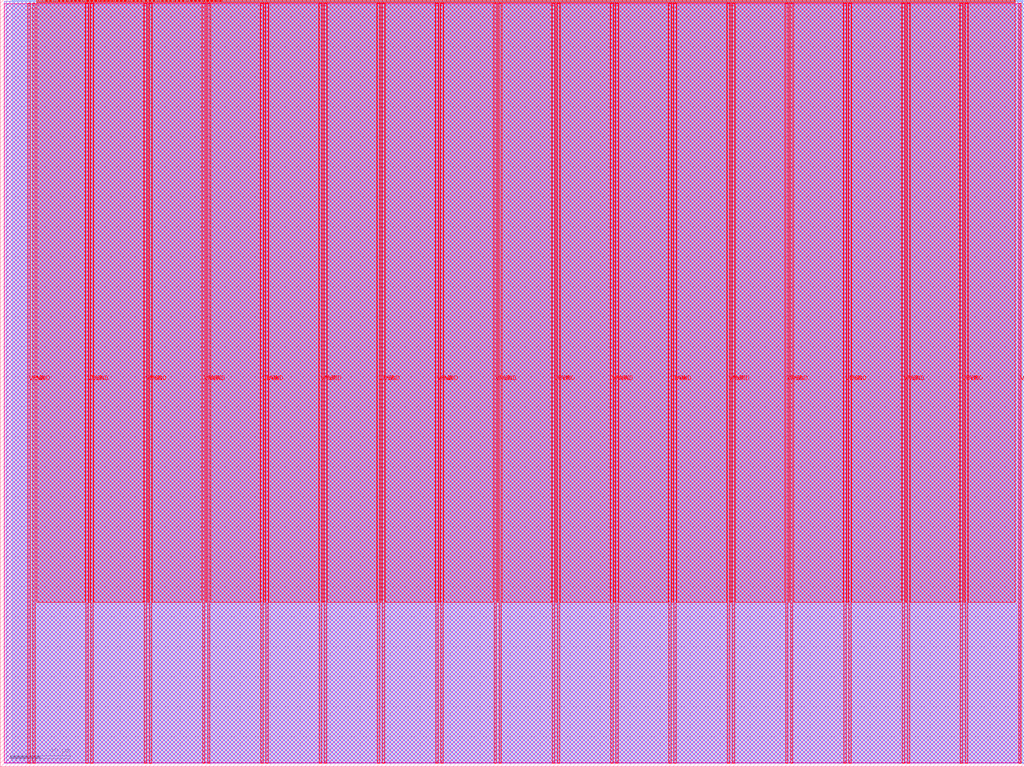
<source format=lef>
VERSION 5.7 ;
  NOWIREEXTENSIONATPIN ON ;
  DIVIDERCHAR "/" ;
  BUSBITCHARS "[]" ;
MACRO tt_um_tt_tinyQVb
  CLASS BLOCK ;
  FOREIGN tt_um_tt_tinyQVb ;
  ORIGIN 0.000 0.000 ;
  SIZE 682.640 BY 511.360 ;
  PIN VGND
    DIRECTION INOUT ;
    USE GROUND ;
    PORT
      LAYER met4 ;
        RECT 21.580 2.480 23.180 508.880 ;
    END
    PORT
      LAYER met4 ;
        RECT 60.450 2.480 62.050 508.880 ;
    END
    PORT
      LAYER met4 ;
        RECT 99.320 2.480 100.920 508.880 ;
    END
    PORT
      LAYER met4 ;
        RECT 138.190 2.480 139.790 508.880 ;
    END
    PORT
      LAYER met4 ;
        RECT 177.060 2.480 178.660 508.880 ;
    END
    PORT
      LAYER met4 ;
        RECT 215.930 2.480 217.530 508.880 ;
    END
    PORT
      LAYER met4 ;
        RECT 254.800 2.480 256.400 508.880 ;
    END
    PORT
      LAYER met4 ;
        RECT 293.670 2.480 295.270 508.880 ;
    END
    PORT
      LAYER met4 ;
        RECT 332.540 2.480 334.140 508.880 ;
    END
    PORT
      LAYER met4 ;
        RECT 371.410 2.480 373.010 508.880 ;
    END
    PORT
      LAYER met4 ;
        RECT 410.280 2.480 411.880 508.880 ;
    END
    PORT
      LAYER met4 ;
        RECT 449.150 2.480 450.750 508.880 ;
    END
    PORT
      LAYER met4 ;
        RECT 488.020 2.480 489.620 508.880 ;
    END
    PORT
      LAYER met4 ;
        RECT 526.890 2.480 528.490 508.880 ;
    END
    PORT
      LAYER met4 ;
        RECT 565.760 2.480 567.360 508.880 ;
    END
    PORT
      LAYER met4 ;
        RECT 604.630 2.480 606.230 508.880 ;
    END
    PORT
      LAYER met4 ;
        RECT 643.500 2.480 645.100 508.880 ;
    END
  END VGND
  PIN VPWR
    DIRECTION INOUT ;
    USE POWER ;
    PORT
      LAYER met4 ;
        RECT 18.280 2.480 19.880 508.880 ;
    END
    PORT
      LAYER met4 ;
        RECT 57.150 2.480 58.750 508.880 ;
    END
    PORT
      LAYER met4 ;
        RECT 96.020 2.480 97.620 508.880 ;
    END
    PORT
      LAYER met4 ;
        RECT 134.890 2.480 136.490 508.880 ;
    END
    PORT
      LAYER met4 ;
        RECT 173.760 2.480 175.360 508.880 ;
    END
    PORT
      LAYER met4 ;
        RECT 212.630 2.480 214.230 508.880 ;
    END
    PORT
      LAYER met4 ;
        RECT 251.500 2.480 253.100 508.880 ;
    END
    PORT
      LAYER met4 ;
        RECT 290.370 2.480 291.970 508.880 ;
    END
    PORT
      LAYER met4 ;
        RECT 329.240 2.480 330.840 508.880 ;
    END
    PORT
      LAYER met4 ;
        RECT 368.110 2.480 369.710 508.880 ;
    END
    PORT
      LAYER met4 ;
        RECT 406.980 2.480 408.580 508.880 ;
    END
    PORT
      LAYER met4 ;
        RECT 445.850 2.480 447.450 508.880 ;
    END
    PORT
      LAYER met4 ;
        RECT 484.720 2.480 486.320 508.880 ;
    END
    PORT
      LAYER met4 ;
        RECT 523.590 2.480 525.190 508.880 ;
    END
    PORT
      LAYER met4 ;
        RECT 562.460 2.480 564.060 508.880 ;
    END
    PORT
      LAYER met4 ;
        RECT 601.330 2.480 602.930 508.880 ;
    END
    PORT
      LAYER met4 ;
        RECT 640.200 2.480 641.800 508.880 ;
    END
    PORT
      LAYER met4 ;
        RECT 679.070 2.480 680.670 508.880 ;
    END
  END VPWR
  PIN clk
    DIRECTION INPUT ;
    USE SIGNAL ;
    ANTENNAGATEAREA 1.286700 ;
    ANTENNADIFFAREA 0.434700 ;
    PORT
      LAYER met4 ;
        RECT 143.830 510.360 144.130 511.360 ;
    END
  END clk
  PIN ena
    DIRECTION INPUT ;
    USE SIGNAL ;
    PORT
      LAYER met4 ;
        RECT 146.590 510.360 146.890 511.360 ;
    END
  END ena
  PIN rst_n
    DIRECTION INPUT ;
    USE SIGNAL ;
    ANTENNAGATEAREA 0.647700 ;
    ANTENNADIFFAREA 0.434700 ;
    PORT
      LAYER met4 ;
        RECT 141.070 510.360 141.370 511.360 ;
    END
  END rst_n
  PIN ui_in[0]
    DIRECTION INPUT ;
    USE SIGNAL ;
    ANTENNAGATEAREA 0.647700 ;
    ANTENNADIFFAREA 0.434700 ;
    PORT
      LAYER met4 ;
        RECT 138.310 510.360 138.610 511.360 ;
    END
  END ui_in[0]
  PIN ui_in[1]
    DIRECTION INPUT ;
    USE SIGNAL ;
    ANTENNAGATEAREA 0.631200 ;
    ANTENNADIFFAREA 0.434700 ;
    PORT
      LAYER met4 ;
        RECT 135.550 510.360 135.850 511.360 ;
    END
  END ui_in[1]
  PIN ui_in[2]
    DIRECTION INPUT ;
    USE SIGNAL ;
    ANTENNAGATEAREA 0.631200 ;
    ANTENNADIFFAREA 0.434700 ;
    PORT
      LAYER met4 ;
        RECT 132.790 510.360 133.090 511.360 ;
    END
  END ui_in[2]
  PIN ui_in[3]
    DIRECTION INPUT ;
    USE SIGNAL ;
    ANTENNAGATEAREA 0.682200 ;
    ANTENNADIFFAREA 0.434700 ;
    PORT
      LAYER met4 ;
        RECT 130.030 510.360 130.330 511.360 ;
    END
  END ui_in[3]
  PIN ui_in[4]
    DIRECTION INPUT ;
    USE SIGNAL ;
    ANTENNAGATEAREA 0.647700 ;
    ANTENNADIFFAREA 0.434700 ;
    PORT
      LAYER met4 ;
        RECT 127.270 510.360 127.570 511.360 ;
    END
  END ui_in[4]
  PIN ui_in[5]
    DIRECTION INPUT ;
    USE SIGNAL ;
    ANTENNAGATEAREA 0.647700 ;
    ANTENNADIFFAREA 0.434700 ;
    PORT
      LAYER met4 ;
        RECT 124.510 510.360 124.810 511.360 ;
    END
  END ui_in[5]
  PIN ui_in[6]
    DIRECTION INPUT ;
    USE SIGNAL ;
    ANTENNAGATEAREA 0.647700 ;
    ANTENNADIFFAREA 0.434700 ;
    PORT
      LAYER met4 ;
        RECT 121.750 510.360 122.050 511.360 ;
    END
  END ui_in[6]
  PIN ui_in[7]
    DIRECTION INPUT ;
    USE SIGNAL ;
    ANTENNAGATEAREA 0.631200 ;
    ANTENNADIFFAREA 0.434700 ;
    PORT
      LAYER met4 ;
        RECT 118.990 510.360 119.290 511.360 ;
    END
  END ui_in[7]
  PIN uio_in[0]
    DIRECTION INPUT ;
    USE SIGNAL ;
    PORT
      LAYER met4 ;
        RECT 116.230 510.360 116.530 511.360 ;
    END
  END uio_in[0]
  PIN uio_in[1]
    DIRECTION INPUT ;
    USE SIGNAL ;
    ANTENNAGATEAREA 0.647700 ;
    ANTENNADIFFAREA 0.434700 ;
    PORT
      LAYER met4 ;
        RECT 113.470 510.360 113.770 511.360 ;
    END
  END uio_in[1]
  PIN uio_in[2]
    DIRECTION INPUT ;
    USE SIGNAL ;
    ANTENNAGATEAREA 0.647700 ;
    ANTENNADIFFAREA 0.434700 ;
    PORT
      LAYER met4 ;
        RECT 110.710 510.360 111.010 511.360 ;
    END
  END uio_in[2]
  PIN uio_in[3]
    DIRECTION INPUT ;
    USE SIGNAL ;
    PORT
      LAYER met4 ;
        RECT 107.950 510.360 108.250 511.360 ;
    END
  END uio_in[3]
  PIN uio_in[4]
    DIRECTION INPUT ;
    USE SIGNAL ;
    ANTENNAGATEAREA 0.647700 ;
    ANTENNADIFFAREA 0.434700 ;
    PORT
      LAYER met4 ;
        RECT 105.190 510.360 105.490 511.360 ;
    END
  END uio_in[4]
  PIN uio_in[5]
    DIRECTION INPUT ;
    USE SIGNAL ;
    ANTENNAGATEAREA 0.647700 ;
    ANTENNADIFFAREA 0.434700 ;
    PORT
      LAYER met4 ;
        RECT 102.430 510.360 102.730 511.360 ;
    END
  END uio_in[5]
  PIN uio_in[6]
    DIRECTION INPUT ;
    USE SIGNAL ;
    PORT
      LAYER met4 ;
        RECT 99.670 510.360 99.970 511.360 ;
    END
  END uio_in[6]
  PIN uio_in[7]
    DIRECTION INPUT ;
    USE SIGNAL ;
    PORT
      LAYER met4 ;
        RECT 96.910 510.360 97.210 511.360 ;
    END
  END uio_in[7]
  PIN uio_oe[0]
    DIRECTION OUTPUT ;
    USE SIGNAL ;
    ANTENNADIFFAREA 0.445500 ;
    PORT
      LAYER met4 ;
        RECT 49.990 510.360 50.290 511.360 ;
    END
  END uio_oe[0]
  PIN uio_oe[1]
    DIRECTION OUTPUT ;
    USE SIGNAL ;
    ANTENNADIFFAREA 0.445500 ;
    PORT
      LAYER met4 ;
        RECT 47.230 510.360 47.530 511.360 ;
    END
  END uio_oe[1]
  PIN uio_oe[2]
    DIRECTION OUTPUT ;
    USE SIGNAL ;
    ANTENNADIFFAREA 0.445500 ;
    PORT
      LAYER met4 ;
        RECT 44.470 510.360 44.770 511.360 ;
    END
  END uio_oe[2]
  PIN uio_oe[3]
    DIRECTION OUTPUT ;
    USE SIGNAL ;
    ANTENNADIFFAREA 0.445500 ;
    PORT
      LAYER met4 ;
        RECT 41.710 510.360 42.010 511.360 ;
    END
  END uio_oe[3]
  PIN uio_oe[4]
    DIRECTION OUTPUT ;
    USE SIGNAL ;
    ANTENNADIFFAREA 0.445500 ;
    PORT
      LAYER met4 ;
        RECT 38.950 510.360 39.250 511.360 ;
    END
  END uio_oe[4]
  PIN uio_oe[5]
    DIRECTION OUTPUT ;
    USE SIGNAL ;
    ANTENNAGATEAREA 0.477000 ;
    ANTENNADIFFAREA 0.924000 ;
    PORT
      LAYER met4 ;
        RECT 36.190 510.360 36.490 511.360 ;
    END
  END uio_oe[5]
  PIN uio_oe[6]
    DIRECTION OUTPUT ;
    USE SIGNAL ;
    ANTENNADIFFAREA 0.445500 ;
    PORT
      LAYER met4 ;
        RECT 33.430 510.360 33.730 511.360 ;
    END
  END uio_oe[6]
  PIN uio_oe[7]
    DIRECTION OUTPUT ;
    USE SIGNAL ;
    ANTENNADIFFAREA 0.445500 ;
    PORT
      LAYER met4 ;
        RECT 30.670 510.360 30.970 511.360 ;
    END
  END uio_oe[7]
  PIN uio_out[0]
    DIRECTION OUTPUT ;
    USE SIGNAL ;
    ANTENNADIFFAREA 0.795200 ;
    PORT
      LAYER met4 ;
        RECT 72.070 510.360 72.370 511.360 ;
    END
  END uio_out[0]
  PIN uio_out[1]
    DIRECTION OUTPUT ;
    USE SIGNAL ;
    ANTENNADIFFAREA 0.891000 ;
    PORT
      LAYER met4 ;
        RECT 69.310 510.360 69.610 511.360 ;
    END
  END uio_out[1]
  PIN uio_out[2]
    DIRECTION OUTPUT ;
    USE SIGNAL ;
    ANTENNADIFFAREA 0.924000 ;
    PORT
      LAYER met4 ;
        RECT 66.550 510.360 66.850 511.360 ;
    END
  END uio_out[2]
  PIN uio_out[3]
    DIRECTION OUTPUT ;
    USE SIGNAL ;
    ANTENNADIFFAREA 1.782000 ;
    PORT
      LAYER met4 ;
        RECT 63.790 510.360 64.090 511.360 ;
    END
  END uio_out[3]
  PIN uio_out[4]
    DIRECTION OUTPUT ;
    USE SIGNAL ;
    ANTENNADIFFAREA 0.891000 ;
    PORT
      LAYER met4 ;
        RECT 61.030 510.360 61.330 511.360 ;
    END
  END uio_out[4]
  PIN uio_out[5]
    DIRECTION OUTPUT ;
    USE SIGNAL ;
    ANTENNADIFFAREA 0.891000 ;
    PORT
      LAYER met4 ;
        RECT 58.270 510.360 58.570 511.360 ;
    END
  END uio_out[5]
  PIN uio_out[6]
    DIRECTION OUTPUT ;
    USE SIGNAL ;
    ANTENNADIFFAREA 0.445500 ;
    PORT
      LAYER met4 ;
        RECT 55.510 510.360 55.810 511.360 ;
    END
  END uio_out[6]
  PIN uio_out[7]
    DIRECTION OUTPUT ;
    USE SIGNAL ;
    ANTENNADIFFAREA 0.891000 ;
    PORT
      LAYER met4 ;
        RECT 52.750 510.360 53.050 511.360 ;
    END
  END uio_out[7]
  PIN uo_out[0]
    DIRECTION OUTPUT ;
    USE SIGNAL ;
    ANTENNADIFFAREA 0.891000 ;
    PORT
      LAYER met4 ;
        RECT 94.150 510.360 94.450 511.360 ;
    END
  END uo_out[0]
  PIN uo_out[1]
    DIRECTION OUTPUT ;
    USE SIGNAL ;
    ANTENNADIFFAREA 0.891000 ;
    PORT
      LAYER met4 ;
        RECT 91.390 510.360 91.690 511.360 ;
    END
  END uo_out[1]
  PIN uo_out[2]
    DIRECTION OUTPUT ;
    USE SIGNAL ;
    ANTENNADIFFAREA 1.782000 ;
    PORT
      LAYER met4 ;
        RECT 88.630 510.360 88.930 511.360 ;
    END
  END uo_out[2]
  PIN uo_out[3]
    DIRECTION OUTPUT ;
    USE SIGNAL ;
    ANTENNADIFFAREA 0.891000 ;
    PORT
      LAYER met4 ;
        RECT 85.870 510.360 86.170 511.360 ;
    END
  END uo_out[3]
  PIN uo_out[4]
    DIRECTION OUTPUT ;
    USE SIGNAL ;
    ANTENNADIFFAREA 1.782000 ;
    PORT
      LAYER met4 ;
        RECT 83.110 510.360 83.410 511.360 ;
    END
  END uo_out[4]
  PIN uo_out[5]
    DIRECTION OUTPUT ;
    USE SIGNAL ;
    ANTENNADIFFAREA 1.782000 ;
    PORT
      LAYER met4 ;
        RECT 80.350 510.360 80.650 511.360 ;
    END
  END uo_out[5]
  PIN uo_out[6]
    DIRECTION OUTPUT ;
    USE SIGNAL ;
    ANTENNADIFFAREA 0.891000 ;
    PORT
      LAYER met4 ;
        RECT 77.590 510.360 77.890 511.360 ;
    END
  END uo_out[6]
  PIN uo_out[7]
    DIRECTION OUTPUT ;
    USE SIGNAL ;
    ANTENNADIFFAREA 0.891000 ;
    PORT
      LAYER met4 ;
        RECT 74.830 510.360 75.130 511.360 ;
    END
  END uo_out[7]
  OBS
      LAYER nwell ;
        RECT 2.570 2.635 680.070 508.725 ;
      LAYER li1 ;
        RECT 2.760 2.635 679.880 508.725 ;
      LAYER met1 ;
        RECT 2.760 2.480 682.570 510.300 ;
      LAYER met2 ;
        RECT 4.240 2.535 682.540 510.525 ;
      LAYER met3 ;
        RECT 7.885 2.555 681.655 511.180 ;
      LAYER met4 ;
        RECT 24.215 509.960 30.270 511.185 ;
        RECT 31.370 509.960 33.030 511.185 ;
        RECT 34.130 509.960 35.790 511.185 ;
        RECT 36.890 509.960 38.550 511.185 ;
        RECT 39.650 509.960 41.310 511.185 ;
        RECT 42.410 509.960 44.070 511.185 ;
        RECT 45.170 509.960 46.830 511.185 ;
        RECT 47.930 509.960 49.590 511.185 ;
        RECT 50.690 509.960 52.350 511.185 ;
        RECT 53.450 509.960 55.110 511.185 ;
        RECT 56.210 509.960 57.870 511.185 ;
        RECT 58.970 509.960 60.630 511.185 ;
        RECT 61.730 509.960 63.390 511.185 ;
        RECT 64.490 509.960 66.150 511.185 ;
        RECT 67.250 509.960 68.910 511.185 ;
        RECT 70.010 509.960 71.670 511.185 ;
        RECT 72.770 509.960 74.430 511.185 ;
        RECT 75.530 509.960 77.190 511.185 ;
        RECT 78.290 509.960 79.950 511.185 ;
        RECT 81.050 509.960 82.710 511.185 ;
        RECT 83.810 509.960 85.470 511.185 ;
        RECT 86.570 509.960 88.230 511.185 ;
        RECT 89.330 509.960 90.990 511.185 ;
        RECT 92.090 509.960 93.750 511.185 ;
        RECT 94.850 509.960 96.510 511.185 ;
        RECT 97.610 509.960 99.270 511.185 ;
        RECT 100.370 509.960 102.030 511.185 ;
        RECT 103.130 509.960 104.790 511.185 ;
        RECT 105.890 509.960 107.550 511.185 ;
        RECT 108.650 509.960 110.310 511.185 ;
        RECT 111.410 509.960 113.070 511.185 ;
        RECT 114.170 509.960 115.830 511.185 ;
        RECT 116.930 509.960 118.590 511.185 ;
        RECT 119.690 509.960 121.350 511.185 ;
        RECT 122.450 509.960 124.110 511.185 ;
        RECT 125.210 509.960 126.870 511.185 ;
        RECT 127.970 509.960 129.630 511.185 ;
        RECT 130.730 509.960 132.390 511.185 ;
        RECT 133.490 509.960 135.150 511.185 ;
        RECT 136.250 509.960 137.910 511.185 ;
        RECT 139.010 509.960 140.670 511.185 ;
        RECT 141.770 509.960 143.430 511.185 ;
        RECT 144.530 509.960 146.190 511.185 ;
        RECT 147.290 509.960 676.825 511.185 ;
        RECT 24.215 509.280 676.825 509.960 ;
        RECT 24.215 109.655 56.750 509.280 ;
        RECT 59.150 109.655 60.050 509.280 ;
        RECT 62.450 109.655 95.620 509.280 ;
        RECT 98.020 109.655 98.920 509.280 ;
        RECT 101.320 109.655 134.490 509.280 ;
        RECT 136.890 109.655 137.790 509.280 ;
        RECT 140.190 109.655 173.360 509.280 ;
        RECT 175.760 109.655 176.660 509.280 ;
        RECT 179.060 109.655 212.230 509.280 ;
        RECT 214.630 109.655 215.530 509.280 ;
        RECT 217.930 109.655 251.100 509.280 ;
        RECT 253.500 109.655 254.400 509.280 ;
        RECT 256.800 109.655 289.970 509.280 ;
        RECT 292.370 109.655 293.270 509.280 ;
        RECT 295.670 109.655 328.840 509.280 ;
        RECT 331.240 109.655 332.140 509.280 ;
        RECT 334.540 109.655 367.710 509.280 ;
        RECT 370.110 109.655 371.010 509.280 ;
        RECT 373.410 109.655 406.580 509.280 ;
        RECT 408.980 109.655 409.880 509.280 ;
        RECT 412.280 109.655 445.450 509.280 ;
        RECT 447.850 109.655 448.750 509.280 ;
        RECT 451.150 109.655 484.320 509.280 ;
        RECT 486.720 109.655 487.620 509.280 ;
        RECT 490.020 109.655 523.190 509.280 ;
        RECT 525.590 109.655 526.490 509.280 ;
        RECT 528.890 109.655 562.060 509.280 ;
        RECT 564.460 109.655 565.360 509.280 ;
        RECT 567.760 109.655 600.930 509.280 ;
        RECT 603.330 109.655 604.230 509.280 ;
        RECT 606.630 109.655 639.800 509.280 ;
        RECT 642.200 109.655 643.100 509.280 ;
        RECT 645.500 109.655 676.825 509.280 ;
  END
END tt_um_tt_tinyQVb
END LIBRARY


</source>
